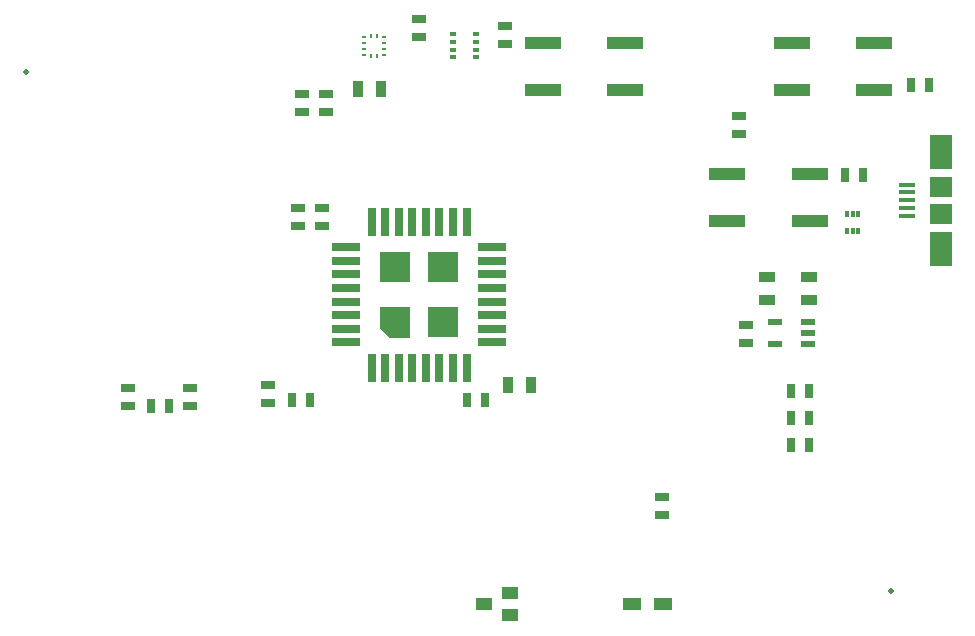
<source format=gbr>
G04 #@! TF.GenerationSoftware,KiCad,Pcbnew,(5.1.5-0-10_14)*
G04 #@! TF.CreationDate,2020-06-28T10:11:47+02:00*
G04 #@! TF.ProjectId,imcp-devkit,696d6370-2d64-4657-966b-69742e6b6963,rev?*
G04 #@! TF.SameCoordinates,Original*
G04 #@! TF.FileFunction,Paste,Top*
G04 #@! TF.FilePolarity,Positive*
%FSLAX46Y46*%
G04 Gerber Fmt 4.6, Leading zero omitted, Abs format (unit mm)*
G04 Created by KiCad (PCBNEW (5.1.5-0-10_14)) date 2020-06-28 10:11:47*
%MOMM*%
%LPD*%
G04 APERTURE LIST*
%ADD10R,3.100000X1.000000*%
%ADD11R,0.889000X1.397000*%
%ADD12R,1.143000X0.635000*%
%ADD13R,0.635000X1.143000*%
%ADD14R,1.500000X1.000000*%
%ADD15R,0.300000X0.500000*%
%ADD16R,1.400000X0.350000*%
%ADD17R,1.900000X3.000000*%
%ADD18R,1.900000X1.800000*%
%ADD19C,0.500000*%
%ADD20R,0.750000X2.400000*%
%ADD21R,2.400000X0.750000*%
%ADD22R,2.600000X2.600000*%
%ADD23C,0.100000*%
%ADD24R,1.200000X0.500000*%
%ADD25R,0.450000X0.250000*%
%ADD26R,0.250000X0.450000*%
%ADD27R,1.399540X0.998220*%
%ADD28R,0.490000X0.450000*%
%ADD29R,1.397000X0.889000*%
G04 APERTURE END LIST*
D10*
X129357000Y-65627000D03*
X122357000Y-65627000D03*
X129357000Y-61627000D03*
X122357000Y-61627000D03*
D11*
X105727500Y-79502000D03*
X103822500Y-79502000D03*
D12*
X85979000Y-64516000D03*
X85979000Y-66040000D03*
D13*
X101854000Y-80772000D03*
X100330000Y-80772000D03*
D12*
X83439000Y-81026000D03*
X83439000Y-79502000D03*
X76835000Y-79756000D03*
X76835000Y-81280000D03*
D13*
X75057000Y-81280000D03*
X73533000Y-81280000D03*
D12*
X71628000Y-81280000D03*
X71628000Y-79756000D03*
D13*
X127762000Y-84582000D03*
X129286000Y-84582000D03*
D14*
X116916000Y-98044000D03*
X114316000Y-98044000D03*
D15*
X133469000Y-66486000D03*
X132969000Y-66486000D03*
X132469000Y-66486000D03*
X133469000Y-65086000D03*
X132469000Y-65086000D03*
X132969000Y-65086000D03*
D13*
X85471000Y-80772000D03*
X86995000Y-80772000D03*
D12*
X123952000Y-74422000D03*
X123952000Y-75946000D03*
D16*
X137612000Y-65174000D03*
X137612000Y-64524000D03*
X137612000Y-63874000D03*
X137612000Y-63224000D03*
X137612000Y-62574000D03*
D17*
X140462000Y-67974000D03*
X140462000Y-59774000D03*
D18*
X140462000Y-65024000D03*
X140462000Y-62724000D03*
D12*
X116840000Y-90551000D03*
X116840000Y-89027000D03*
D13*
X133858000Y-61722000D03*
X132334000Y-61722000D03*
D12*
X88011000Y-64516000D03*
X88011000Y-66040000D03*
X86360000Y-54864000D03*
X86360000Y-56388000D03*
X88392000Y-54864000D03*
X88392000Y-56388000D03*
D13*
X129286000Y-80010000D03*
X127762000Y-80010000D03*
X127762000Y-82296000D03*
X129286000Y-82296000D03*
X137922000Y-54102000D03*
X139446000Y-54102000D03*
D12*
X123317000Y-58293000D03*
X123317000Y-56769000D03*
D10*
X113736000Y-54578000D03*
X106736000Y-54578000D03*
X113736000Y-50578000D03*
X106736000Y-50578000D03*
X134818000Y-54578000D03*
X127818000Y-54578000D03*
X134818000Y-50578000D03*
X127818000Y-50578000D03*
D19*
X136240000Y-96930000D03*
X63000000Y-53000000D03*
D20*
X92241000Y-78082000D03*
X93391000Y-78082000D03*
X94541000Y-78082000D03*
X95691000Y-78082000D03*
X96841000Y-78082000D03*
X97991000Y-78082000D03*
X99141000Y-78082000D03*
X100291000Y-78082000D03*
D21*
X102466000Y-75907000D03*
X102466000Y-74757000D03*
X102466000Y-73607000D03*
X102466000Y-72457000D03*
X102466000Y-71307000D03*
X102466000Y-70157000D03*
X102466000Y-69007000D03*
X102466000Y-67857000D03*
D20*
X100291000Y-65682000D03*
X99141000Y-65682000D03*
X97991000Y-65682000D03*
X96841000Y-65682000D03*
X95691000Y-65682000D03*
X94541000Y-65682000D03*
X93391000Y-65682000D03*
X92241000Y-65682000D03*
D21*
X90066000Y-67857000D03*
X90066000Y-69007000D03*
X90066000Y-70157000D03*
X90066000Y-71307000D03*
X90066000Y-72457000D03*
X90066000Y-73607000D03*
X90066000Y-74757000D03*
X90066000Y-75907000D03*
D22*
X94216000Y-69532000D03*
X98316000Y-74232000D03*
X98316000Y-69532000D03*
D23*
G36*
X95516000Y-72932000D02*
G01*
X95516000Y-75532000D01*
X93716000Y-75532000D01*
X92916000Y-74732000D01*
X92916000Y-72932000D01*
X95516000Y-72932000D01*
G37*
D24*
X129212000Y-76084000D03*
X129212000Y-75134000D03*
X129212000Y-74184000D03*
X126362000Y-76084000D03*
X126362000Y-74184000D03*
D25*
X91606000Y-50050000D03*
X91606000Y-50550000D03*
X91606000Y-51050000D03*
X91606000Y-51550000D03*
D26*
X92206000Y-51650000D03*
X92706000Y-51650000D03*
D25*
X93306000Y-51550000D03*
X93306000Y-51050000D03*
X93306000Y-50550000D03*
X93306000Y-50050000D03*
D26*
X92706000Y-49950000D03*
X92206000Y-49950000D03*
D27*
X103969820Y-98993960D03*
X103969820Y-97094040D03*
X101770180Y-98044000D03*
D28*
X99106000Y-50475000D03*
X99106000Y-51125000D03*
X99106000Y-51775000D03*
X99106000Y-49825000D03*
X101046000Y-50475000D03*
X101046000Y-51125000D03*
X101046000Y-51775000D03*
X101046000Y-49825000D03*
D12*
X103505000Y-50673000D03*
X103505000Y-49149000D03*
X96266000Y-48514000D03*
X96266000Y-50038000D03*
D29*
X129286000Y-70421500D03*
X129286000Y-72326500D03*
X125730000Y-70421500D03*
X125730000Y-72326500D03*
D11*
X93027500Y-54483000D03*
X91122500Y-54483000D03*
M02*

</source>
